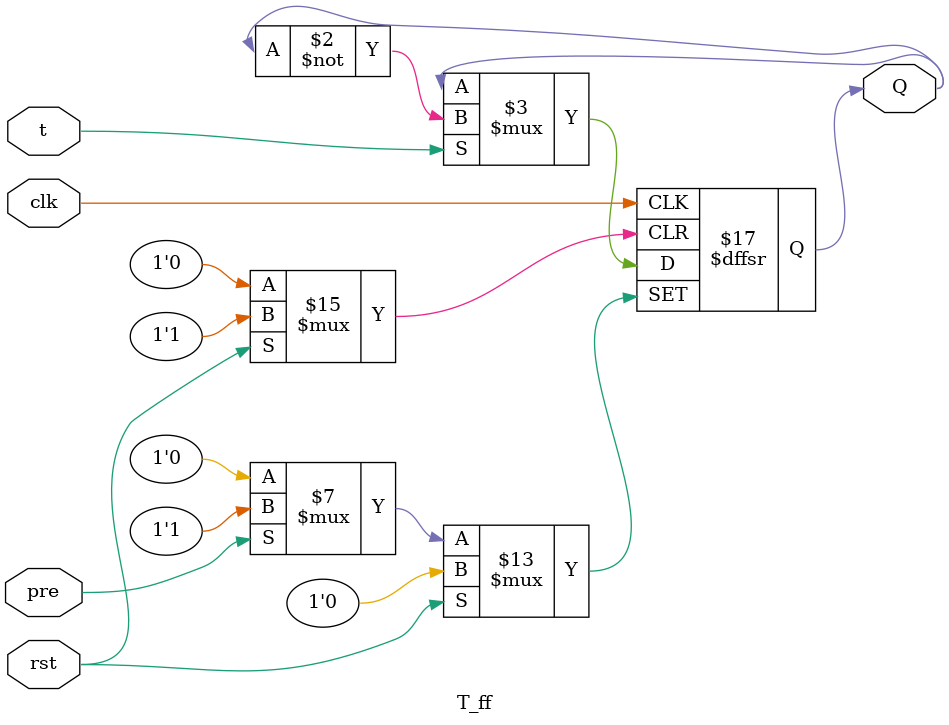
<source format=v>
`timescale 1ns / 1ps


module T_ff(
    input t,clk,pre,rst,
    output reg Q // reg because Q is assigned inside an always block. 
    //In Verilog, signals updated in always blocks must be declared as reg .
    );
    always @(negedge clk, posedge pre, posedge rst) begin
        // preset/reset have higher priority over the toggle function
        if (pre) begin
            Q <= 1'b1; // Immediately set output to 1
        end   
        else if(rst) begin
            Q <= 1'b0; //Immediately clear output to 0
        end
        else if (t) begin // Synchronous toggle operation (lowest priority)
            Q <= ~Q; // Toggle output if t is high
        end
        // No else clause needed  Q retains value when t is low
    end
endmodule

</source>
